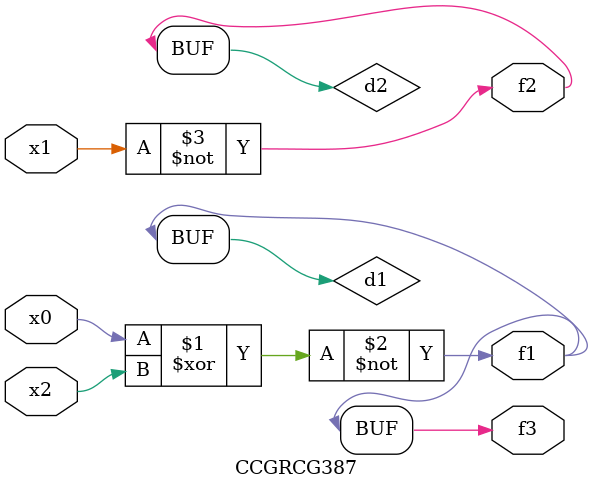
<source format=v>
module CCGRCG387(
	input x0, x1, x2,
	output f1, f2, f3
);

	wire d1, d2, d3;

	xnor (d1, x0, x2);
	nand (d2, x1);
	nor (d3, x1, x2);
	assign f1 = d1;
	assign f2 = d2;
	assign f3 = d1;
endmodule

</source>
